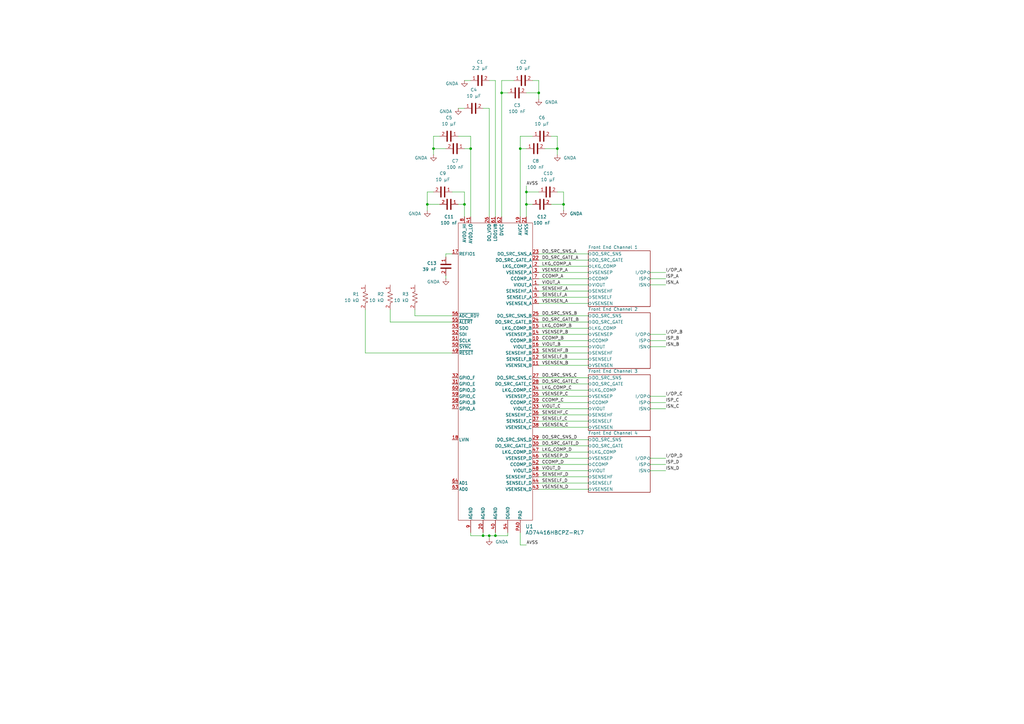
<source format=kicad_sch>
(kicad_sch (version 20250114) (generator "eeschema") (generator_version "9.0")
  (paper "A3")
  (lib_symbols
    (symbol "UNITED_CAPACITORS_DATA_BASE:C_CGA4J1X7R1V225K125AC" (pin_names (offset 0.254))
      (property "Reference" "C" (at 0 5.08 0))
      (property "Value" "2.2 µF" (at 0 -5.08 0))
      (symbol "C_CGA4J1X7R1V225K125AC_0_1"
        (polyline (pts (xy -0.762 -2.032) (xy -0.762 2.032)) (stroke (width 0.508)))
        (polyline (pts (xy 0.762 -2.032) (xy 0.762 2.032)) (stroke (width 0.508)))
      )
      (symbol "C_CGA4J1X7R1V225K125AC_1_1"
        (pin unspecified line (at -3.81 0 0) (length 2.8) (name "") (number "1"))
        (pin unspecified line (at 3.81 0 180) (length 2.8) (name "") (number "2"))
      )
    )
    (symbol "UNITED_CAPACITORS_DATA_BASE:C_CL31B106KBHNNN#" (pin_names (offset 0.254))
      (property "Reference" "C" (at 0 5.08 0))
      (property "Value" "10 µF" (at 0 -5.08 0))
      (symbol "C_CL31B106KBHNNN#_0_1"
        (polyline (pts (xy -0.762 -2.032) (xy -0.762 2.032)) (stroke (width 0.508)))
        (polyline (pts (xy 0.762 -2.032) (xy 0.762 2.032)) (stroke (width 0.508)))
      )
      (symbol "C_CL31B106KBHNNN#_1_1"
        (pin unspecified line (at -3.81 0 0) (length 2.8) (name "") (number "1"))
        (pin unspecified line (at 3.81 0 180) (length 2.8) (name "") (number "2"))
      )
    )
    (symbol "UNITED_CAPACITORS_DATA_BASE:C_GCM155R71H104KE02D" (pin_names (offset 0.254))
      (property "Reference" "C" (at 0 5.08 0))
      (property "Value" "100 nF" (at 0 -5.08 0))
      (symbol "C_GCM155R71H104KE02D_0_1"
        (polyline (pts (xy -0.762 -2.032) (xy -0.762 2.032)) (stroke (width 0.508)))
        (polyline (pts (xy 0.762 -2.032) (xy 0.762 2.032)) (stroke (width 0.508)))
      )
      (symbol "C_GCM155R71H104KE02D_1_1"
        (pin unspecified line (at -3.81 0 0) (length 2.8) (name "") (number "1"))
        (pin unspecified line (at 3.81 0 180) (length 2.8) (name "") (number "2"))
      )
    )
    (symbol "UNITED_CAPACITORS_DATA_BASE:C_GRM32EC72A106KE05L" (pin_names (offset 0.254))
      (property "Reference" "C" (at 0 5.08 0))
      (property "Value" "10 µF" (at 0 -5.08 0))
      (symbol "C_GRM32EC72A106KE05L_0_1"
        (polyline (pts (xy -0.762 -2.032) (xy -0.762 2.032)) (stroke (width 0.508)))
        (polyline (pts (xy 0.762 -2.032) (xy 0.762 2.032)) (stroke (width 0.508)))
      )
      (symbol "C_GRM32EC72A106KE05L_1_1"
        (pin unspecified line (at -3.81 0 0) (length 2.8) (name "") (number "1"))
        (pin unspecified line (at 3.81 0 180) (length 2.8) (name "") (number "2"))
      )
    )
    (symbol "UNITED_CAPACITORS_DATA_BASE:C_KGM05AR71C393KH" (pin_names (offset 0.254))
      (property "Reference" "C" (at 0 5.08 0))
      (property "Value" "39 nF" (at 0 -5.08 0))
      (symbol "C_KGM05AR71C393KH_0_1"
        (polyline (pts (xy -0.762 -2.032) (xy -0.762 2.032)) (stroke (width 0.508)))
        (polyline (pts (xy 0.762 -2.032) (xy 0.762 2.032)) (stroke (width 0.508)))
      )
      (symbol "C_KGM05AR71C393KH_1_1"
        (pin unspecified line (at -3.81 0 0) (length 2.8) (name "") (number "1"))
        (pin unspecified line (at 3.81 0 180) (length 2.8) (name "") (number "2"))
      )
    )
    (symbol "UNITED_IC_ADI:U_AD74416HBCPZ-RL7" (pin_names (offset 0.254))
      (property "Reference" "U" (at 15.24 63.5 0))
      (property "Value" "AD74416HBCPZ-RL7" (at 15.24 66.04 0))
      (symbol "U_AD74416HBCPZ-RL7_0_1"
        (rectangle (start -15.24 60.96) (end 15.24 -60.96))
        (pin bidirectional line (at -17.78 48.26 0) (length 2.54) (name "REFIO1") (number "17"))
        (pin output line (at -17.78 17.78 0) (length 2.54) (name "SDO") (number "53"))
        (pin input line (at -17.78 15.24 0) (length 2.54) (name "SDI") (number "52"))
        (pin unspecified line (at -17.78 12.7 0) (length 2.54) (name "SCLK") (number "51"))
        (pin bidirectional line (at -17.78 -2.54 0) (length 2.54) (name "GPIO_F") (number "32"))
        (pin bidirectional line (at -17.78 -5.08 0) (length 2.54) (name "GPIO_E") (number "31"))
        (pin bidirectional line (at -17.78 -7.62 0) (length 2.54) (name "GPIO_D") (number "60"))
        (pin bidirectional line (at -17.78 -10.16 0) (length 2.54) (name "GPIO_C") (number "59"))
        (pin bidirectional line (at -17.78 -12.7 0) (length 2.54) (name "GPIO_B") (number "58"))
        (pin bidirectional line (at -17.78 -15.24 0) (length 2.54) (name "GPIO_A") (number "57"))
        (pin input line (at -17.78 -27.94 0) (length 2.54) (name "LVIN") (number "18"))
        (pin unspecified line (at -17.78 -45.72 0) (length 2.54) (name "AD1") (number "64"))
        (pin unspecified line (at -17.78 -48.26 0) (length 2.54) (name "AD0") (number "63"))
        (pin unspecified line (at 17.78 48.26 180) (length 2.54) (name "DO_SRC_SNS_A") (number "23"))
        (pin unspecified line (at 17.78 45.72 180) (length 2.54) (name "DO_SRC_GATE_A") (number "22"))
        (pin unspecified line (at 17.78 43.18 180) (length 2.54) (name "LKG_COMP_A") (number "2"))
        (pin unspecified line (at 17.78 40.64 180) (length 2.54) (name "VSENSEP_A") (number "3"))
        (pin unspecified line (at 17.78 38.1 180) (length 2.54) (name "CCOMP_A") (number "7"))
        (pin power_in line (at 17.78 35.56 180) (length 2.54) (name "VIOUT_A") (number "1"))
        (pin unspecified line (at 17.78 33.02 180) (length 2.54) (name "SENSEHF_A") (number "4"))
        (pin unspecified line (at 17.78 30.48 180) (length 2.54) (name "SENSELF_A") (number "5"))
        (pin unspecified line (at 17.78 27.94 180) (length 2.54) (name "VSENSEN_A") (number "6"))
        (pin unspecified line (at 17.78 22.86 180) (length 2.54) (name "DO_SRC_SNS_B") (number "25"))
        (pin unspecified line (at 17.78 20.32 180) (length 2.54) (name "DO_SRC_GATE_B") (number "24"))
        (pin unspecified line (at 17.78 17.78 180) (length 2.54) (name "LKG_COMP_B") (number "15"))
        (pin unspecified line (at 17.78 15.24 180) (length 2.54) (name "VSENSEP_B") (number "14"))
        (pin unspecified line (at 17.78 12.7 180) (length 2.54) (name "CCOMP_B") (number "10"))
        (pin power_in line (at 17.78 10.16 180) (length 2.54) (name "VIOUT_B") (number "16"))
        (pin unspecified line (at 17.78 7.62 180) (length 2.54) (name "SENSEHF_B") (number "13"))
        (pin unspecified line (at 17.78 5.08 180) (length 2.54) (name "SENSELF_B") (number "12"))
        (pin unspecified line (at 17.78 2.54 180) (length 2.54) (name "VSENSEN_B") (number "11"))
        (pin unspecified line (at 17.78 -2.54 180) (length 2.54) (name "DO_SRC_SNS_C") (number "27"))
        (pin unspecified line (at 17.78 -5.08 180) (length 2.54) (name "DO_SRC_GATE_C") (number "28"))
        (pin unspecified line (at 17.78 -7.62 180) (length 2.54) (name "LKG_COMP_C") (number "34"))
        (pin unspecified line (at 17.78 -10.16 180) (length 2.54) (name "VSENSEP_C") (number "35"))
        (pin unspecified line (at 17.78 -12.7 180) (length 2.54) (name "CCOMP_C") (number "39"))
        (pin output line (at 17.78 -15.24 180) (length 2.54) (name "VIOUT_C") (number "33"))
        (pin unspecified line (at 17.78 -17.78 180) (length 2.54) (name "SENSEHF_C") (number "36"))
        (pin unspecified line (at 17.78 -20.32 180) (length 2.54) (name "SENSELF_C") (number "37"))
        (pin unspecified line (at 17.78 -22.86 180) (length 2.54) (name "VSENSEN_C") (number "38"))
        (pin unspecified line (at 17.78 -27.94 180) (length 2.54) (name "DO_SRC_SNS_D") (number "29"))
        (pin unspecified line (at 17.78 -30.48 180) (length 2.54) (name "DO_SRC_GATE_D") (number "30"))
        (pin unspecified line (at 17.78 -33.02 180) (length 2.54) (name "LKG_COMP_D") (number "47"))
        (pin unspecified line (at 17.78 -35.56 180) (length 2.54) (name "VSENSEP_D") (number "46"))
        (pin unspecified line (at 17.78 -38.1 180) (length 2.54) (name "CCOMP_D") (number "42"))
        (pin power_in line (at 17.78 -40.64 180) (length 2.54) (name "VIOUT_D") (number "48"))
        (pin unspecified line (at 17.78 -43.18 180) (length 2.54) (name "SENSEHF_D") (number "45"))
        (pin unspecified line (at 17.78 -45.72 180) (length 2.54) (name "SENSELF_D") (number "44"))
        (pin unspecified line (at 17.78 -48.26 180) (length 2.54) (name "VSENSEN_D") (number "43"))
      )
      (symbol "U_AD74416HBCPZ-RL7_1_1"
        (pin output line (at -17.78 22.86 0) (length 2.54) (name "~{ADC_RDY}") (number "56"))
        (pin output line (at -17.78 20.32 0) (length 2.54) (name "~{ALERT}") (number "55"))
        (pin input line (at -17.78 10.16 0) (length 2.54) (name "~{SYNC}") (number "50"))
        (pin input line (at -17.78 7.62 0) (length 2.54) (name "~{RESET}") (number "49"))
        (pin power_in line (at -12.7 63.5 270) (length 2.54) (name "AVDD_HI") (number "8"))
        (pin power_in line (at -10.16 63.5 270) (length 2.54) (name "AVDD_LO") (number "41"))
        (pin power_out line (at -10.16 -66.04 90) (length 5.08) (name "AGND") (number "9"))
        (pin power_out line (at -5.08 -66.04 90) (length 5.08) (name "AGND") (number "20"))
        (pin power_in line (at -2.54 63.5 270) (length 2.54) (name "DO_VDD") (number "26"))
        (pin output line (at 0 63.5 270) (length 2.54) (name "LDO1V8") (number "61"))
        (pin power_out line (at 0 -66.04 90) (length 5.08) (name "AGND") (number "40"))
        (pin power_in line (at 2.54 63.5 270) (length 2.54) (name "DVCC") (number "62"))
        (pin power_out line (at 5.08 -66.04 90) (length 5.08) (name "DGND") (number "54"))
        (pin power_in line (at 10.16 63.5 270) (length 2.54) (name "AVCC") (number "19"))
        (pin power_out line (at 10.16 -66.04 90) (length 5.08) (name "PAD") (number "PAD"))
        (pin power_out line (at 12.7 63.5 270) (length 2.54) (name "AVSS") (number "21"))
      )
    )
    (symbol "UNITED_RESISTORS_DATA_BASE:R_ERJ-2RKF1002X" (pin_names (offset 0.254))
      (property "Reference" "R" (at 0 2.54 0))
      (property "Value" "10 kΩ" (at 0 -2.54 0))
      (symbol "R_ERJ-2RKF1002X_0_1"
        (polyline (pts (xy -2.286 0) (xy -2.54 0)))
        (polyline (pts (xy -2.286 0) (xy -1.905 1.016) (xy -1.524 0) (xy -1.143 -1.016) (xy -0.762 0)))
        (polyline (pts (xy -0.762 0) (xy -0.381 1.016) (xy 0 0) (xy 0.381 -1.016) (xy 0.762 0)))
        (polyline (pts (xy 0.762 0) (xy 1.143 1.016) (xy 1.524 0) (xy 1.905 -1.016) (xy 2.286 0)))
        (polyline (pts (xy 2.286 0) (xy 2.54 0)))
      )
      (symbol "R_ERJ-2RKF1002X_1_1"
        (pin unspecified line (at -5.08 0 0) (length 2.54) (name "") (number "1"))
        (pin unspecified line (at 5.08 0 180) (length 2.54) (name "") (number "2"))
      )
    )
    (symbol "power:GNDA" (power) (pin_numbers (hide yes)) (pin_names (offset 0) (hide yes))
      (property "Value" "GNDA" (at 0 -3.81 0))
      (symbol "GNDA_0_1"
        (polyline (pts (xy 0 0) (xy 0 -1.27) (xy 1.27 -1.27) (xy 0 -2.54) (xy -1.27 -1.27) (xy 0 -1.27)))
      )
      (symbol "GNDA_1_1"
        (pin power_in line (at 0 0 270) (length 0) (name "~") (number "1"))
      )
    )
  )
  (junction (at 190.5 83.82))
  (junction (at 175.26 83.82))
  (junction (at 215.9 78.74))
  (junction (at 231.14 83.82))
  (junction (at 177.8 60.96))
  (junction (at 203.2 219.71))
  (junction (at 213.36 60.96))
  (junction (at 193.04 60.96))
  (junction (at 220.98 38.1))
  (junction (at 200.66 219.71))
  (junction (at 205.74 38.1))
  (junction (at 198.12 219.71))
  (junction (at 215.9 83.82))
  (junction (at 228.6 60.96))
  (wire (pts (xy 266.7 187.96) (xy 273.05 187.96)))
  (wire (pts (xy 220.98 147.32) (xy 241.3 147.32)))
  (wire (pts (xy 220.98 172.72) (xy 241.3 172.72)))
  (wire (pts (xy 200.66 33.02) (xy 203.2 33.02)))
  (wire (pts (xy 208.28 219.71) (xy 203.2 219.71)))
  (wire (pts (xy 220.98 114.3) (xy 241.3 114.3)))
  (wire (pts (xy 213.36 60.96) (xy 213.36 88.9)))
  (wire (pts (xy 185.42 129.54) (xy 170.18 129.54)))
  (wire (pts (xy 215.9 76.2) (xy 215.9 78.74)))
  (wire (pts (xy 160.02 127) (xy 160.02 132.08)))
  (wire (pts (xy 177.8 60.96) (xy 182.88 60.96)))
  (wire (pts (xy 266.7 167.64) (xy 273.05 167.64)))
  (wire (pts (xy 220.98 132.08) (xy 241.3 132.08)))
  (wire (pts (xy 170.18 129.54) (xy 170.18 127)))
  (wire (pts (xy 208.28 218.44) (xy 208.28 219.71)))
  (wire (pts (xy 190.5 88.9) (xy 190.5 83.82)))
  (wire (pts (xy 198.12 218.44) (xy 198.12 219.71)))
  (wire (pts (xy 149.86 144.78) (xy 185.42 144.78)))
  (wire (pts (xy 220.98 160.02) (xy 241.3 160.02)))
  (wire (pts (xy 187.96 55.88) (xy 193.04 55.88)))
  (wire (pts (xy 266.7 165.1) (xy 273.05 165.1)))
  (wire (pts (xy 220.98 182.88) (xy 241.3 182.88)))
  (wire (pts (xy 200.66 219.71) (xy 198.12 219.71)))
  (wire (pts (xy 220.98 111.76) (xy 241.3 111.76)))
  (wire (pts (xy 220.98 134.62) (xy 241.3 134.62)))
  (wire (pts (xy 193.04 60.96) (xy 190.5 60.96)))
  (wire (pts (xy 185.42 78.74) (xy 190.5 78.74)))
  (wire (pts (xy 220.98 78.74) (xy 215.9 78.74)))
  (wire (pts (xy 220.98 104.14) (xy 241.3 104.14)))
  (wire (pts (xy 220.98 106.68) (xy 241.3 106.68)))
  (wire (pts (xy 210.82 33.02) (xy 205.74 33.02)))
  (wire (pts (xy 149.86 127) (xy 149.86 144.78)))
  (wire (pts (xy 220.98 154.94) (xy 241.3 154.94)))
  (wire (pts (xy 220.98 116.84) (xy 241.3 116.84)))
  (wire (pts (xy 266.7 142.24) (xy 273.05 142.24)))
  (wire (pts (xy 220.98 142.24) (xy 241.3 142.24)))
  (wire (pts (xy 228.6 55.88) (xy 226.06 55.88)))
  (wire (pts (xy 215.9 78.74) (xy 215.9 83.82)))
  (wire (pts (xy 213.36 218.44) (xy 213.36 223.52)))
  (wire (pts (xy 231.14 86.36) (xy 231.14 83.82)))
  (wire (pts (xy 220.98 200.66) (xy 241.3 200.66)))
  (wire (pts (xy 213.36 223.52) (xy 215.9 223.52)))
  (wire (pts (xy 228.6 60.96) (xy 223.52 60.96)))
  (wire (pts (xy 266.7 193.04) (xy 273.05 193.04)))
  (wire (pts (xy 231.14 83.82) (xy 231.14 78.74)))
  (wire (pts (xy 193.04 219.71) (xy 198.12 219.71)))
  (wire (pts (xy 190.5 33.02) (xy 193.04 33.02)))
  (wire (pts (xy 220.98 139.7) (xy 241.3 139.7)))
  (wire (pts (xy 228.6 63.5) (xy 228.6 60.96)))
  (wire (pts (xy 213.36 60.96) (xy 215.9 60.96)))
  (wire (pts (xy 220.98 38.1) (xy 220.98 33.02)))
  (wire (pts (xy 182.88 105.41) (xy 182.88 104.14)))
  (wire (pts (xy 266.7 116.84) (xy 273.05 116.84)))
  (wire (pts (xy 220.98 144.78) (xy 241.3 144.78)))
  (wire (pts (xy 220.98 195.58) (xy 241.3 195.58)))
  (wire (pts (xy 220.98 180.34) (xy 241.3 180.34)))
  (wire (pts (xy 220.98 33.02) (xy 218.44 33.02)))
  (wire (pts (xy 220.98 109.22) (xy 241.3 109.22)))
  (wire (pts (xy 177.8 63.5) (xy 177.8 60.96)))
  (wire (pts (xy 205.74 33.02) (xy 205.74 38.1)))
  (wire (pts (xy 213.36 55.88) (xy 213.36 60.96)))
  (wire (pts (xy 215.9 88.9) (xy 215.9 83.82)))
  (wire (pts (xy 160.02 132.08) (xy 185.42 132.08)))
  (wire (pts (xy 200.66 44.45) (xy 198.12 44.45)))
  (wire (pts (xy 266.7 190.5) (xy 273.05 190.5)))
  (wire (pts (xy 220.98 38.1) (xy 215.9 38.1)))
  (wire (pts (xy 228.6 60.96) (xy 228.6 55.88)))
  (wire (pts (xy 200.66 88.9) (xy 200.66 44.45)))
  (wire (pts (xy 205.74 38.1) (xy 208.28 38.1)))
  (wire (pts (xy 177.8 55.88) (xy 180.34 55.88)))
  (wire (pts (xy 175.26 78.74) (xy 177.8 78.74)))
  (wire (pts (xy 218.44 55.88) (xy 213.36 55.88)))
  (wire (pts (xy 187.96 44.45) (xy 190.5 44.45)))
  (wire (pts (xy 220.98 124.46) (xy 241.3 124.46)))
  (wire (pts (xy 220.98 187.96) (xy 241.3 187.96)))
  (wire (pts (xy 182.88 113.03) (xy 182.88 114.3)))
  (wire (pts (xy 266.7 114.3) (xy 273.05 114.3)))
  (wire (pts (xy 175.26 86.36) (xy 175.26 83.82)))
  (wire (pts (xy 203.2 218.44) (xy 203.2 219.71)))
  (wire (pts (xy 203.2 219.71) (xy 200.66 219.71)))
  (wire (pts (xy 220.98 193.04) (xy 241.3 193.04)))
  (wire (pts (xy 266.7 111.76) (xy 273.05 111.76)))
  (wire (pts (xy 220.98 119.38) (xy 241.3 119.38)))
  (wire (pts (xy 220.98 40.64) (xy 220.98 38.1)))
  (wire (pts (xy 190.5 78.74) (xy 190.5 83.82)))
  (wire (pts (xy 175.26 83.82) (xy 175.26 78.74)))
  (wire (pts (xy 220.98 149.86) (xy 241.3 149.86)))
  (wire (pts (xy 220.98 190.5) (xy 241.3 190.5)))
  (wire (pts (xy 266.7 162.56) (xy 273.05 162.56)))
  (wire (pts (xy 231.14 78.74) (xy 228.6 78.74)))
  (wire (pts (xy 220.98 198.12) (xy 241.3 198.12)))
  (wire (pts (xy 203.2 33.02) (xy 203.2 88.9)))
  (wire (pts (xy 205.74 38.1) (xy 205.74 88.9)))
  (wire (pts (xy 231.14 83.82) (xy 226.06 83.82)))
  (wire (pts (xy 220.98 157.48) (xy 241.3 157.48)))
  (wire (pts (xy 266.7 137.16) (xy 273.05 137.16)))
  (wire (pts (xy 193.04 55.88) (xy 193.04 60.96)))
  (wire (pts (xy 193.04 218.44) (xy 193.04 219.71)))
  (wire (pts (xy 215.9 83.82) (xy 218.44 83.82)))
  (wire (pts (xy 175.26 83.82) (xy 180.34 83.82)))
  (wire (pts (xy 220.98 170.18) (xy 241.3 170.18)))
  (wire (pts (xy 220.98 185.42) (xy 241.3 185.42)))
  (wire (pts (xy 220.98 121.92) (xy 241.3 121.92)))
  (wire (pts (xy 220.98 137.16) (xy 241.3 137.16)))
  (wire (pts (xy 220.98 129.54) (xy 241.3 129.54)))
  (wire (pts (xy 220.98 167.64) (xy 241.3 167.64)))
  (wire (pts (xy 193.04 60.96) (xy 193.04 88.9)))
  (wire (pts (xy 220.98 165.1) (xy 241.3 165.1)))
  (wire (pts (xy 177.8 60.96) (xy 177.8 55.88)))
  (wire (pts (xy 220.98 162.56) (xy 241.3 162.56)))
  (wire (pts (xy 182.88 104.14) (xy 185.42 104.14)))
  (wire (pts (xy 220.98 175.26) (xy 241.3 175.26)))
  (wire (pts (xy 200.66 219.71) (xy 200.66 220.98)))
  (wire (pts (xy 190.5 83.82) (xy 187.96 83.82)))
  (wire (pts (xy 266.7 139.7) (xy 273.05 139.7)))
  (label "CCOMP_B" (at 222.25 139.7 0))
  (label "DO_SRC_SNS_B" (at 222.25 129.54 0))
  (label "VSENSEP_C" (at 222.25 162.56 0))
  (label "ISN_D" (at 273.05 193.04 0))
  (label "ISP_B" (at 273.05 139.7 0))
  (label "DO_SRC_GATE_D" (at 222.25 182.88 0))
  (label "ISP_A" (at 273.05 114.3 0))
  (label "LKG_COMP_D" (at 222.25 185.42 0))
  (label "SENSELF_B" (at 222.25 147.32 0))
  (label "VIOUT_C" (at 222.25 167.64 0))
  (label "AVSS" (at 215.9 223.52 0))
  (label "LKG_COMP_C" (at 222.25 160.02 0))
  (label "DO_SRC_GATE_B" (at 222.25 132.08 0))
  (label "VSENSEP_D" (at 222.25 187.96 0))
  (label "I{slash}OP_C" (at 273.05 162.56 0))
  (label "VIOUT_D" (at 222.25 193.04 0))
  (label "ISN_B" (at 273.05 142.24 0))
  (label "SENSELF_C" (at 222.25 172.72 0))
  (label "I{slash}OP_A" (at 273.05 111.76 0))
  (label "VSENSEP_B" (at 222.25 137.16 0))
  (label "CCOMP_C" (at 222.25 165.1 0))
  (label "VIOUT_A" (at 222.25 116.84 0))
  (label "VIOUT_B" (at 222.25 142.24 0))
  (label "ISN_C" (at 273.05 167.64 0))
  (label "SENSEHF_A" (at 222.25 119.38 0))
  (label "AVSS" (at 215.9 76.2 0))
  (label "CCOMP_A" (at 222.25 114.3 0))
  (label "SENSEHF_B" (at 222.25 144.78 0))
  (label "I{slash}OP_D" (at 273.05 187.96 0))
  (label "LKG_COMP_A" (at 222.25 109.22 0))
  (label "DO_SRC_GATE_A" (at 222.25 106.68 0))
  (label "LKG_COMP_B" (at 222.25 134.62 0))
  (label "DO_SRC_GATE_C" (at 222.25 157.48 0))
  (label "ISP_C" (at 273.05 165.1 0))
  (label "SENSEHF_D" (at 222.25 195.58 0))
  (label "SENSELF_D" (at 222.25 198.12 0))
  (label "SENSELF_A" (at 222.25 121.92 0))
  (label "SENSEHF_C" (at 222.25 170.18 0))
  (label "I{slash}OP_B" (at 273.05 137.16 0))
  (label "DO_SRC_SNS_C" (at 222.25 154.94 0))
  (label "VSENSEN_B" (at 222.25 149.86 0))
  (label "ISN_A" (at 273.05 116.84 0))
  (label "VSENSEP_A" (at 222.25 111.76 0))
  (label "CCOMP_D" (at 222.25 190.5 0))
  (label "VSENSEN_D" (at 222.25 200.66 0))
  (label "VSENSEN_A" (at 222.25 124.46 0))
  (label "DO_SRC_SNS_A" (at 222.25 104.14 0))
  (label "VSENSEN_C" (at 222.25 175.26 0))
  (label "ISP_D" (at 273.05 190.5 0))
  (label "DO_SRC_SNS_D" (at 222.25 180.34 0))
  (symbol (lib_id "UNITED_IC_ADI:U_AD74416HBCPZ-RL7") (at 203.2 152.4 0) (unit 1)
    (property "Reference" "U1" (at 215.5033 215.9 0) (effects (font (size 1.524 1.524)) (justify left)))
    (property "Value" "AD74416HBCPZ-RL7" (at 215.5033 218.44 0) (effects (font (size 1.524 1.524)) (justify left)))
    (property "Footprint" "analog_devices_footprints:CP-64-15_ADI" (effects (hide yes)))
    (property "Datasheet" "https://www.analog.com/media/en/technical-documentation/data-sheets/ad74416h.pdf" (effects (hide yes)))
    (property "Description" "Quad-Channel, Software Configurable Input and Output with HART Modem" (effects (hide yes)))
    (property "MPN" "AD74416HBCPZ-RL7" (effects (hide yes)))
  )
  (symbol (lib_id "UNITED_CAPACITORS_DATA_BASE:C_GRM32EC72A106KE05L") (at 194.31 44.45 0) (unit 1)
    (property "Reference" "C4" (at 194.31 36.83 0))
    (property "Value" "10 µF" (at 194.31 39.37 0))
    (property "Footprint" "capacitor_footprints:C_1210_250_3225Metric" (effects (hide yes)))
    (property "Datasheet" "https://search.murata.co.jp/Ceramy/image/img/A01X/G101/ENG/GRM32EC72A106KE05-01.pdf" (effects (hide yes)))
    (property "Description" "CAP SMD 10 µF X7S 10% 1210_250 100V" (effects (hide yes)))
    (property "Capacitor Type" "Ceramic" (effects (hide yes)))
    (property "Case Code - in" "1210_250" (effects (hide yes)))
    (property "Case Code - mm" "3225" (effects (hide yes)))
    (property "Dielectric" "X7S" (effects (hide yes)))
    (property "MPN" "GRM32EC72A106KE05L" (effects (hide yes)))
    (property "Manufacturer" "Murata Electronics" (effects (hide yes)))
    (property "Series" "GRM32EC72A" (effects (hide yes)))
    (property "Symbol Name" "C_GRM32EC72A106KE05L" (effects (hide yes)))
    (property "Tolerance" "10%" (effects (hide yes)))
    (property "Trustedparts Search" "https://www.trustedparts.com/en/search/GRM32EC72A106KE05L" (effects (hide yes)))
    (property "Voltage Rating" "100V" (effects (hide yes)))
  )
  (symbol (lib_id "UNITED_CAPACITORS_DATA_BASE:C_CL31B106KBHNNN#") (at 181.61 78.74 180) (unit 1)
    (property "Reference" "C9" (at 181.61 71.12 0))
    (property "Value" "10 µF" (at 181.61 73.66 0))
    (property "Footprint" "capacitor_footprints:C_1206_3216Metric" (effects (hide yes)))
    (property "Datasheet" "https://weblib.samsungsem.com/mlcc/mlcc-ec-data-sheet.do?partNumber=CL31B106KBHNNN#" (effects (hide yes)))
    (property "Description" "CAP SMD 10 µF X7R 10% 1206 50V" (effects (hide yes)))
    (property "MPN" "CL31B106KBHNNN#" (effects (hide yes)))
    (property "Voltage Rating DC" "50 VDC " (effects (hide yes)))
    (property "Tolerance" "10%" (effects (hide yes)))
    (property "Symbol Name" "C_CL31B106KBHNNN#" (effects (hide yes)))
    (property "Manufacturer" "Samsung Electro-Mechanics" (effects (hide yes)))
    (property "Case Code - in" "1206" (effects (hide yes)))
    (property "Case Code - mm" "3216" (effects (hide yes)))
    (property "Dielectric" "X7R" (effects (hide yes)))
    (property "Series" "CL31B" (effects (hide yes)))
    (property "Trustedparts Search" "https://www.trustedparts.com/en/search/CL31/CL31B106KBHNNN#" (effects (hide yes)))
    (property "Voltage Rating" "50V" (effects (hide yes)))
    (property "3dviewer Link" "https://3dviewer.net/index.html#model=https://github.com/ionutms/KiCAD_Symbols_Generator/blob/main/3D_models/C_1206.step" (effects (hide yes)))
    (property "Capacitor Type" "Ceramic" (effects (hide yes)))
  )
  (symbol (lib_id "power:GNDA") (at 175.26 86.36 0) (unit 1)
    (property "Reference" "#PWR06" (effects (hide yes)))
    (property "Value" "GNDA" (at 172.72 87.6299 0) (effects (justify right)))
    (property "Description" "Power symbol creates a global label with name \"GNDA\" , analog ground" (effects (hide yes)))
  )
  (symbol (lib_id "UNITED_CAPACITORS_DATA_BASE:C_CGA4J1X7R1V225K125AC") (at 196.85 33.02 0) (unit 1)
    (property "Reference" "C1" (at 196.85 25.4 0))
    (property "Value" "2.2 µF" (at 196.85 27.94 0))
    (property "Footprint" "capacitor_footprints:C_0805_2012Metric" (effects (hide yes)))
    (property "Datasheet" "https://product.tdk.com/en/search/capacitor/ceramic/mlcc/info?part_no=CGA4J1X7R1V225K125AC" (effects (hide yes)))
    (property "Description" "CAP SMD 2.2 µF X7R 10% 0805 35V" (effects (hide yes)))
    (property "Capacitor Type" "Ceramic" (effects (hide yes)))
    (property "Case Code - in" "0805" (effects (hide yes)))
    (property "Case Code - mm" "2012" (effects (hide yes)))
    (property "Dielectric" "X7R" (effects (hide yes)))
    (property "MPN" "CGA4J1X7R1V225K125AC" (effects (hide yes)))
    (property "Manufacturer" "TDK" (effects (hide yes)))
    (property "Series" "CGA4J1X7R1V" (effects (hide yes)))
    (property "Symbol Name" "C_CGA4J1X7R1V225K125AC" (effects (hide yes)))
    (property "Tolerance" "10%" (effects (hide yes)))
    (property "Trustedparts Search" "https://www.trustedparts.com/en/search/CGA4J1X7R1V225K125AC" (effects (hide yes)))
    (property "Voltage Rating" "35V" (effects (hide yes)))
  )
  (symbol (lib_id "UNITED_RESISTORS_DATA_BASE:R_ERJ-2RKF1002X") (at 149.86 121.92 90) (mirror x) (unit 1)
    (property "Reference" "R1" (at 147.32 120.6499 90) (effects (justify left)))
    (property "Value" "10 kΩ" (at 147.32 123.1899 90) (effects (justify left)))
    (property "Footprint" "resistor_footprints:R_0402_1005Metric" (effects (hide yes)))
    (property "Datasheet" "https://industrial.panasonic.com/cdbs/www-data/pdf/RDA0000/AOA0000C304.pdf" (effects (hide yes)))
    (property "Description" "RES SMD 10 kΩ 1% 0402 50V" (effects (hide yes)))
    (property "MPN" "ERJ-2RKF1002X" (effects (hide yes)))
    (property "Voltage Rating" "50V" (effects (hide yes)))
    (property "Manufacturer" "Panasonic" (effects (hide yes)))
    (property "Tolerance" "1%" (effects (hide yes)))
    (property "Symbol Name" "R_ERJ-2RKF1002X" (effects (hide yes)))
    (property "Case Code - in" "0402" (effects (hide yes)))
    (property "Case Code - mm" "1005" (effects (hide yes)))
    (property "Series" "ERJ-2RKF" (effects (hide yes)))
    (property "Temperature Coefficient" "100 ppm/°C" (effects (hide yes)))
    (property "Trustedparts Search" "https://www.trustedparts.com/en/search/ERJ-2RKF1002X" (effects (hide yes)))
    (property "3dviewer Link" "https://3dviewer.net/index.html#model=https://github.com/ionutms/KiCAD_Symbols_Generator/blob/main/3D_models/R_0402.step" (effects (hide yes)))
    (property "Component Type" "Resistor" (effects (hide yes)))
  )
  (symbol (lib_id "power:GNDA") (at 231.14 86.36 0) (mirror y) (unit 1)
    (property "Reference" "#PWR07" (effects (hide yes)))
    (property "Value" "GNDA" (at 233.68 87.6299 0) (effects (justify right)))
    (property "Description" "Power symbol creates a global label with name \"GNDA\" , analog ground" (effects (hide yes)))
  )
  (symbol (lib_id "UNITED_CAPACITORS_DATA_BASE:C_CL31B106KBHNNN#") (at 184.15 55.88 180) (unit 1)
    (property "Reference" "C5" (at 184.15 48.26 0))
    (property "Value" "10 µF" (at 184.15 50.8 0))
    (property "Footprint" "capacitor_footprints:C_1206_3216Metric" (effects (hide yes)))
    (property "Datasheet" "https://weblib.samsungsem.com/mlcc/mlcc-ec-data-sheet.do?partNumber=CL31B106KBHNNN#" (effects (hide yes)))
    (property "Description" "CAP SMD 10 µF X7R 10% 1206 50V" (effects (hide yes)))
    (property "MPN" "CL31B106KBHNNN#" (effects (hide yes)))
    (property "Voltage Rating DC" "50 VDC " (effects (hide yes)))
    (property "Tolerance" "10%" (effects (hide yes)))
    (property "Symbol Name" "C_CL31B106KBHNNN#" (effects (hide yes)))
    (property "Manufacturer" "Samsung Electro-Mechanics" (effects (hide yes)))
    (property "Case Code - in" "1206" (effects (hide yes)))
    (property "Case Code - mm" "3216" (effects (hide yes)))
    (property "Dielectric" "X7R" (effects (hide yes)))
    (property "Series" "CL31B" (effects (hide yes)))
    (property "Trustedparts Search" "https://www.trustedparts.com/en/search/CL31/CL31B106KBHNNN#" (effects (hide yes)))
    (property "Voltage Rating" "50V" (effects (hide yes)))
    (property "3dviewer Link" "https://3dviewer.net/index.html#model=https://github.com/ionutms/KiCAD_Symbols_Generator/blob/main/3D_models/C_1206.step" (effects (hide yes)))
    (property "Capacitor Type" "Ceramic" (effects (hide yes)))
  )
  (symbol (lib_id "power:GNDA") (at 190.5 33.02 0) (unit 1)
    (property "Reference" "#PWR01" (effects (hide yes)))
    (property "Value" "GNDA" (at 187.96 34.2899 0) (effects (justify right)))
    (property "Description" "Power symbol creates a global label with name \"GNDA\" , analog ground" (effects (hide yes)))
  )
  (symbol (lib_id "power:GNDA") (at 200.66 220.98 0) (mirror y) (unit 1)
    (property "Reference" "#PWR09" (effects (hide yes)))
    (property "Value" "GNDA" (at 203.2 222.2499 0) (effects (justify right)))
    (property "Description" "Power symbol creates a global label with name \"GNDA\" , analog ground" (effects (hide yes)))
  )
  (symbol (lib_id "power:GNDA") (at 220.98 40.64 0) (mirror y) (unit 1)
    (property "Reference" "#PWR02" (effects (hide yes)))
    (property "Value" "GNDA" (at 223.52 41.9099 0) (effects (justify right)))
    (property "Description" "Power symbol creates a global label with name \"GNDA\" , analog ground" (effects (hide yes)))
  )
  (symbol (lib_id "UNITED_CAPACITORS_DATA_BASE:C_GCM155R71H104KE02D") (at 212.09 38.1 0) (mirror x) (unit 1)
    (property "Reference" "C3" (at 212.09 43.18 0))
    (property "Value" "100 nF" (at 212.09 45.72 0))
    (property "Footprint" "capacitor_footprints:C_0402_1005Metric" (effects (hide yes)))
    (property "Datasheet" "https://search.murata.co.jp/Ceramy/image/img/A01X/G101/ENG/GCM155R71H104KE02-01.pdf" (effects (hide yes)))
    (property "Description" "CAP SMD 100 nF X7R 10% 0402 50V" (effects (hide yes)))
    (property "MPN" "GCM155R71H104KE02D" (effects (hide yes)))
    (property "Voltage Rating DC" "50 VDC " (effects (hide yes)))
    (property "Tolerance" "10%" (effects (hide yes)))
    (property "Symbol Name" "C_GCM155R71H104KE02D" (effects (hide yes)))
    (property "Manufacturer" "Murata Electronics" (effects (hide yes)))
    (property "Case Code - in" "0402" (effects (hide yes)))
    (property "Case Code - mm" "1005" (effects (hide yes)))
    (property "Dielectric" "X7R" (effects (hide yes)))
    (property "Series" "GCM155R71H" (effects (hide yes)))
    (property "Trustedparts Search" "https://www.trustedparts.com/en/search/GCM155R71H104KE02D" (effects (hide yes)))
    (property "Voltage Rating" "50V" (effects (hide yes)))
    (property "3dviewer Link" "https://3dviewer.net/index.html#model=https://github.com/ionutms/KiCAD_Symbols_Generator/blob/main/3D_models/C_0402.step" (effects (hide yes)))
    (property "Capacitor Type" "Ceramic" (effects (hide yes)))
  )
  (symbol (lib_id "UNITED_CAPACITORS_DATA_BASE:C_CL31B106KBHNNN#") (at 214.63 33.02 0) (mirror x) (unit 1)
    (property "Reference" "C2" (at 214.63 25.4 0))
    (property "Value" "10 µF" (at 214.63 27.94 0))
    (property "Footprint" "capacitor_footprints:C_1206_3216Metric" (effects (hide yes)))
    (property "Datasheet" "https://weblib.samsungsem.com/mlcc/mlcc-ec-data-sheet.do?partNumber=CL31B106KBHNNN#" (effects (hide yes)))
    (property "Description" "CAP SMD 10 µF X7R 10% 1206 50V" (effects (hide yes)))
    (property "MPN" "CL31B106KBHNNN#" (effects (hide yes)))
    (property "Voltage Rating DC" "50 VDC " (effects (hide yes)))
    (property "Tolerance" "10%" (effects (hide yes)))
    (property "Symbol Name" "C_CL31B106KBHNNN#" (effects (hide yes)))
    (property "Manufacturer" "Samsung Electro-Mechanics" (effects (hide yes)))
    (property "Case Code - in" "1206" (effects (hide yes)))
    (property "Case Code - mm" "3216" (effects (hide yes)))
    (property "Dielectric" "X7R" (effects (hide yes)))
    (property "Series" "CL31B" (effects (hide yes)))
    (property "Trustedparts Search" "https://www.trustedparts.com/en/search/CL31/CL31B106KBHNNN#" (effects (hide yes)))
    (property "Voltage Rating" "50V" (effects (hide yes)))
    (property "3dviewer Link" "https://3dviewer.net/index.html#model=https://github.com/ionutms/KiCAD_Symbols_Generator/blob/main/3D_models/C_1206.step" (effects (hide yes)))
    (property "Capacitor Type" "Ceramic" (effects (hide yes)))
  )
  (symbol (lib_id "power:GNDA") (at 187.96 44.45 0) (unit 1)
    (property "Reference" "#PWR03" (effects (hide yes)))
    (property "Value" "GNDA" (at 185.42 45.7199 0) (effects (justify right)))
    (property "Description" "Power symbol creates a global label with name \"GNDA\" , analog ground" (effects (hide yes)))
  )
  (symbol (lib_id "UNITED_CAPACITORS_DATA_BASE:C_GCM155R71H104KE02D") (at 186.69 60.96 180) (unit 1)
    (property "Reference" "C7" (at 186.69 66.04 0))
    (property "Value" "100 nF" (at 186.69 68.58 0))
    (property "Footprint" "capacitor_footprints:C_0402_1005Metric" (effects (hide yes)))
    (property "Datasheet" "https://search.murata.co.jp/Ceramy/image/img/A01X/G101/ENG/GCM155R71H104KE02-01.pdf" (effects (hide yes)))
    (property "Description" "CAP SMD 100 nF X7R 10% 0402 50V" (effects (hide yes)))
    (property "MPN" "GCM155R71H104KE02D" (effects (hide yes)))
    (property "Voltage Rating DC" "50 VDC " (effects (hide yes)))
    (property "Tolerance" "10%" (effects (hide yes)))
    (property "Symbol Name" "C_GCM155R71H104KE02D" (effects (hide yes)))
    (property "Manufacturer" "Murata Electronics" (effects (hide yes)))
    (property "Case Code - in" "0402" (effects (hide yes)))
    (property "Case Code - mm" "1005" (effects (hide yes)))
    (property "Dielectric" "X7R" (effects (hide yes)))
    (property "Series" "GCM155R71H" (effects (hide yes)))
    (property "Trustedparts Search" "https://www.trustedparts.com/en/search/GCM155R71H104KE02D" (effects (hide yes)))
    (property "Voltage Rating" "50V" (effects (hide yes)))
    (property "3dviewer Link" "https://3dviewer.net/index.html#model=https://github.com/ionutms/KiCAD_Symbols_Generator/blob/main/3D_models/C_0402.step" (effects (hide yes)))
    (property "Capacitor Type" "Ceramic" (effects (hide yes)))
  )
  (symbol (lib_id "power:GNDA") (at 182.88 114.3 0) (unit 1)
    (property "Reference" "#PWR08" (effects (hide yes)))
    (property "Value" "GNDA" (at 180.34 115.5699 0) (effects (justify right)))
    (property "Description" "Power symbol creates a global label with name \"GNDA\" , analog ground" (effects (hide yes)))
  )
  (symbol (lib_id "power:GNDA") (at 228.6 63.5 0) (mirror y) (unit 1)
    (property "Reference" "#PWR05" (effects (hide yes)))
    (property "Value" "GNDA" (at 231.14 64.7699 0) (effects (justify right)))
    (property "Description" "Power symbol creates a global label with name \"GNDA\" , analog ground" (effects (hide yes)))
  )
  (symbol (lib_id "UNITED_RESISTORS_DATA_BASE:R_ERJ-2RKF1002X") (at 160.02 121.92 90) (mirror x) (unit 1)
    (property "Reference" "R2" (at 157.48 120.6499 90) (effects (justify left)))
    (property "Value" "10 kΩ" (at 157.48 123.1899 90) (effects (justify left)))
    (property "Footprint" "resistor_footprints:R_0402_1005Metric" (effects (hide yes)))
    (property "Datasheet" "https://industrial.panasonic.com/cdbs/www-data/pdf/RDA0000/AOA0000C304.pdf" (effects (hide yes)))
    (property "Description" "RES SMD 10 kΩ 1% 0402 50V" (effects (hide yes)))
    (property "MPN" "ERJ-2RKF1002X" (effects (hide yes)))
    (property "Voltage Rating" "50V" (effects (hide yes)))
    (property "Manufacturer" "Panasonic" (effects (hide yes)))
    (property "Tolerance" "1%" (effects (hide yes)))
    (property "Symbol Name" "R_ERJ-2RKF1002X" (effects (hide yes)))
    (property "Case Code - in" "0402" (effects (hide yes)))
    (property "Case Code - mm" "1005" (effects (hide yes)))
    (property "Series" "ERJ-2RKF" (effects (hide yes)))
    (property "Temperature Coefficient" "100 ppm/°C" (effects (hide yes)))
    (property "Trustedparts Search" "https://www.trustedparts.com/en/search/ERJ-2RKF1002X" (effects (hide yes)))
    (property "3dviewer Link" "https://3dviewer.net/index.html#model=https://github.com/ionutms/KiCAD_Symbols_Generator/blob/main/3D_models/R_0402.step" (effects (hide yes)))
    (property "Component Type" "Resistor" (effects (hide yes)))
  )
  (symbol (lib_id "UNITED_CAPACITORS_DATA_BASE:C_GCM155R71H104KE02D") (at 222.25 83.82 0) (mirror x) (unit 1)
    (property "Reference" "C12" (at 222.25 88.9 0))
    (property "Value" "100 nF" (at 222.25 91.44 0))
    (property "Footprint" "capacitor_footprints:C_0402_1005Metric" (effects (hide yes)))
    (property "Datasheet" "https://search.murata.co.jp/Ceramy/image/img/A01X/G101/ENG/GCM155R71H104KE02-01.pdf" (effects (hide yes)))
    (property "Description" "CAP SMD 100 nF X7R 10% 0402 50V" (effects (hide yes)))
    (property "MPN" "GCM155R71H104KE02D" (effects (hide yes)))
    (property "Voltage Rating DC" "50 VDC " (effects (hide yes)))
    (property "Tolerance" "10%" (effects (hide yes)))
    (property "Symbol Name" "C_GCM155R71H104KE02D" (effects (hide yes)))
    (property "Manufacturer" "Murata Electronics" (effects (hide yes)))
    (property "Case Code - in" "0402" (effects (hide yes)))
    (property "Case Code - mm" "1005" (effects (hide yes)))
    (property "Dielectric" "X7R" (effects (hide yes)))
    (property "Series" "GCM155R71H" (effects (hide yes)))
    (property "Trustedparts Search" "https://www.trustedparts.com/en/search/GCM155R71H104KE02D" (effects (hide yes)))
    (property "Voltage Rating" "50V" (effects (hide yes)))
    (property "3dviewer Link" "https://3dviewer.net/index.html#model=https://github.com/ionutms/KiCAD_Symbols_Generator/blob/main/3D_models/C_0402.step" (effects (hide yes)))
    (property "Capacitor Type" "Ceramic" (effects (hide yes)))
  )
  (symbol (lib_id "UNITED_CAPACITORS_DATA_BASE:C_GCM155R71H104KE02D") (at 184.15 83.82 180) (unit 1)
    (property "Reference" "C11" (at 184.15 88.9 0))
    (property "Value" "100 nF" (at 184.15 91.44 0))
    (property "Footprint" "capacitor_footprints:C_0402_1005Metric" (effects (hide yes)))
    (property "Datasheet" "https://search.murata.co.jp/Ceramy/image/img/A01X/G101/ENG/GCM155R71H104KE02-01.pdf" (effects (hide yes)))
    (property "Description" "CAP SMD 100 nF X7R 10% 0402 50V" (effects (hide yes)))
    (property "MPN" "GCM155R71H104KE02D" (effects (hide yes)))
    (property "Voltage Rating DC" "50 VDC " (effects (hide yes)))
    (property "Tolerance" "10%" (effects (hide yes)))
    (property "Symbol Name" "C_GCM155R71H104KE02D" (effects (hide yes)))
    (property "Manufacturer" "Murata Electronics" (effects (hide yes)))
    (property "Case Code - in" "0402" (effects (hide yes)))
    (property "Case Code - mm" "1005" (effects (hide yes)))
    (property "Dielectric" "X7R" (effects (hide yes)))
    (property "Series" "GCM155R71H" (effects (hide yes)))
    (property "Trustedparts Search" "https://www.trustedparts.com/en/search/GCM155R71H104KE02D" (effects (hide yes)))
    (property "Voltage Rating" "50V" (effects (hide yes)))
    (property "3dviewer Link" "https://3dviewer.net/index.html#model=https://github.com/ionutms/KiCAD_Symbols_Generator/blob/main/3D_models/C_0402.step" (effects (hide yes)))
    (property "Capacitor Type" "Ceramic" (effects (hide yes)))
  )
  (symbol (lib_id "UNITED_CAPACITORS_DATA_BASE:C_KGM05AR71C393KH") (at 182.88 109.22 270) (unit 1)
    (property "Reference" "C13" (at 179.07 107.9499 90) (effects (justify right)))
    (property "Value" "39 nF" (at 179.07 110.4899 90) (effects (justify right)))
    (property "Footprint" "capacitor_footprints:C_0402_1005Metric" (effects (hide yes)))
    (property "Datasheet" "https://datasheets.kyocera-avx.com/KGM_X7R.pdfKGM05AR71C393KH" (effects (hide yes)))
    (property "Description" "CAP SMD 39 nF X7R 10% 0402 16V" (effects (hide yes)))
    (property "Capacitor Type" "Ceramic" (effects (hide yes)))
    (property "Case Code - in" "0402" (effects (hide yes)))
    (property "Case Code - mm" "1005" (effects (hide yes)))
    (property "Dielectric" "X7R" (effects (hide yes)))
    (property "MPN" "KGM05AR71C393KH" (effects (hide yes)))
    (property "Manufacturer" "KYOCERA AVX" (effects (hide yes)))
    (property "Series" "KGM05AR71C" (effects (hide yes)))
    (property "Symbol Name" "C_KGM05AR71C393KH" (effects (hide yes)))
    (property "Tolerance" "10%" (effects (hide yes)))
    (property "Trustedparts Search" "https://www.trustedparts.com/en/search/KGM05AR71C393KH" (effects (hide yes)))
    (property "Voltage Rating" "16V" (effects (hide yes)))
  )
  (symbol (lib_id "UNITED_RESISTORS_DATA_BASE:R_ERJ-2RKF1002X") (at 170.18 121.92 90) (mirror x) (unit 1)
    (property "Reference" "R3" (at 167.64 120.6499 90) (effects (justify left)))
    (property "Value" "10 kΩ" (at 167.64 123.1899 90) (effects (justify left)))
    (property "Footprint" "resistor_footprints:R_0402_1005Metric" (effects (hide yes)))
    (property "Datasheet" "https://industrial.panasonic.com/cdbs/www-data/pdf/RDA0000/AOA0000C304.pdf" (effects (hide yes)))
    (property "Description" "RES SMD 10 kΩ 1% 0402 50V" (effects (hide yes)))
    (property "MPN" "ERJ-2RKF1002X" (effects (hide yes)))
    (property "Voltage Rating" "50V" (effects (hide yes)))
    (property "Manufacturer" "Panasonic" (effects (hide yes)))
    (property "Tolerance" "1%" (effects (hide yes)))
    (property "Symbol Name" "R_ERJ-2RKF1002X" (effects (hide yes)))
    (property "Case Code - in" "0402" (effects (hide yes)))
    (property "Case Code - mm" "1005" (effects (hide yes)))
    (property "Series" "ERJ-2RKF" (effects (hide yes)))
    (property "Temperature Coefficient" "100 ppm/°C" (effects (hide yes)))
    (property "Trustedparts Search" "https://www.trustedparts.com/en/search/ERJ-2RKF1002X" (effects (hide yes)))
    (property "3dviewer Link" "https://3dviewer.net/index.html#model=https://github.com/ionutms/KiCAD_Symbols_Generator/blob/main/3D_models/R_0402.step" (effects (hide yes)))
    (property "Component Type" "Resistor" (effects (hide yes)))
  )
  (symbol (lib_id "UNITED_CAPACITORS_DATA_BASE:C_GCM155R71H104KE02D") (at 219.71 60.96 0) (mirror x) (unit 1)
    (property "Reference" "C8" (at 219.71 66.04 0))
    (property "Value" "100 nF" (at 219.71 68.58 0))
    (property "Footprint" "capacitor_footprints:C_0402_1005Metric" (effects (hide yes)))
    (property "Datasheet" "https://search.murata.co.jp/Ceramy/image/img/A01X/G101/ENG/GCM155R71H104KE02-01.pdf" (effects (hide yes)))
    (property "Description" "CAP SMD 100 nF X7R 10% 0402 50V" (effects (hide yes)))
    (property "MPN" "GCM155R71H104KE02D" (effects (hide yes)))
    (property "Voltage Rating DC" "50 VDC " (effects (hide yes)))
    (property "Tolerance" "10%" (effects (hide yes)))
    (property "Symbol Name" "C_GCM155R71H104KE02D" (effects (hide yes)))
    (property "Manufacturer" "Murata Electronics" (effects (hide yes)))
    (property "Case Code - in" "0402" (effects (hide yes)))
    (property "Case Code - mm" "1005" (effects (hide yes)))
    (property "Dielectric" "X7R" (effects (hide yes)))
    (property "Series" "GCM155R71H" (effects (hide yes)))
    (property "Trustedparts Search" "https://www.trustedparts.com/en/search/GCM155R71H104KE02D" (effects (hide yes)))
    (property "Voltage Rating" "50V" (effects (hide yes)))
    (property "3dviewer Link" "https://3dviewer.net/index.html#model=https://github.com/ionutms/KiCAD_Symbols_Generator/blob/main/3D_models/C_0402.step" (effects (hide yes)))
    (property "Capacitor Type" "Ceramic" (effects (hide yes)))
  )
  (symbol (lib_id "UNITED_CAPACITORS_DATA_BASE:C_CL31B106KBHNNN#") (at 224.79 78.74 0) (mirror x) (unit 1)
    (property "Reference" "C10" (at 224.79 71.12 0))
    (property "Value" "10 µF" (at 224.79 73.66 0))
    (property "Footprint" "capacitor_footprints:C_1206_3216Metric" (effects (hide yes)))
    (property "Datasheet" "https://weblib.samsungsem.com/mlcc/mlcc-ec-data-sheet.do?partNumber=CL31B106KBHNNN#" (effects (hide yes)))
    (property "Description" "CAP SMD 10 µF X7R 10% 1206 50V" (effects (hide yes)))
    (property "MPN" "CL31B106KBHNNN#" (effects (hide yes)))
    (property "Voltage Rating DC" "50 VDC " (effects (hide yes)))
    (property "Tolerance" "10%" (effects (hide yes)))
    (property "Symbol Name" "C_CL31B106KBHNNN#" (effects (hide yes)))
    (property "Manufacturer" "Samsung Electro-Mechanics" (effects (hide yes)))
    (property "Case Code - in" "1206" (effects (hide yes)))
    (property "Case Code - mm" "3216" (effects (hide yes)))
    (property "Dielectric" "X7R" (effects (hide yes)))
    (property "Series" "CL31B" (effects (hide yes)))
    (property "Trustedparts Search" "https://www.trustedparts.com/en/search/CL31/CL31B106KBHNNN#" (effects (hide yes)))
    (property "Voltage Rating" "50V" (effects (hide yes)))
    (property "3dviewer Link" "https://3dviewer.net/index.html#model=https://github.com/ionutms/KiCAD_Symbols_Generator/blob/main/3D_models/C_1206.step" (effects (hide yes)))
    (property "Capacitor Type" "Ceramic" (effects (hide yes)))
  )
  (symbol (lib_id "UNITED_CAPACITORS_DATA_BASE:C_CL31B106KBHNNN#") (at 222.25 55.88 0) (mirror x) (unit 1)
    (property "Reference" "C6" (at 222.25 48.26 0))
    (property "Value" "10 µF" (at 222.25 50.8 0))
    (property "Footprint" "capacitor_footprints:C_1206_3216Metric" (effects (hide yes)))
    (property "Datasheet" "https://weblib.samsungsem.com/mlcc/mlcc-ec-data-sheet.do?partNumber=CL31B106KBHNNN#" (effects (hide yes)))
    (property "Description" "CAP SMD 10 µF X7R 10% 1206 50V" (effects (hide yes)))
    (property "MPN" "CL31B106KBHNNN#" (effects (hide yes)))
    (property "Voltage Rating DC" "50 VDC " (effects (hide yes)))
    (property "Tolerance" "10%" (effects (hide yes)))
    (property "Symbol Name" "C_CL31B106KBHNNN#" (effects (hide yes)))
    (property "Manufacturer" "Samsung Electro-Mechanics" (effects (hide yes)))
    (property "Case Code - in" "1206" (effects (hide yes)))
    (property "Case Code - mm" "3216" (effects (hide yes)))
    (property "Dielectric" "X7R" (effects (hide yes)))
    (property "Series" "CL31B" (effects (hide yes)))
    (property "Trustedparts Search" "https://www.trustedparts.com/en/search/CL31/CL31B106KBHNNN#" (effects (hide yes)))
    (property "Voltage Rating" "50V" (effects (hide yes)))
    (property "3dviewer Link" "https://3dviewer.net/index.html#model=https://github.com/ionutms/KiCAD_Symbols_Generator/blob/main/3D_models/C_1206.step" (effects (hide yes)))
    (property "Capacitor Type" "Ceramic" (effects (hide yes)))
  )
  (symbol (lib_id "power:GNDA") (at 177.8 63.5 0) (unit 1)
    (property "Reference" "#PWR04" (effects (hide yes)))
    (property "Value" "GNDA" (at 175.26 64.7699 0) (effects (justify right)))
    (property "Description" "Power symbol creates a global label with name \"GNDA\" , analog ground" (effects (hide yes)))
  )
  (sheet (at 241.3 128.27) (size 25.4 22.86) (stroke (width 0.1524))
    (property "Sheetname" "Front End Channel 2" (at 241.3 127.5584 0) (effects (justify left bottom)))
    (property "Sheetfile" "Front End Channel 1.kicad_sch" (effects (hide yes)))
    (pin "VIOUT" bidirectional (at 241.3 142.24 180))
    (pin "SENSELF" bidirectional (at 241.3 147.32 180))
    (pin "CCOMP" bidirectional (at 241.3 139.7 180))
    (pin "SENSEHF" bidirectional (at 241.3 144.78 180))
    (pin "VSENSEP" bidirectional (at 241.3 137.16 180))
    (pin "I{slash}OP" bidirectional (at 266.7 137.16 0))
    (pin "VSENSEN" bidirectional (at 241.3 149.86 180))
    (pin "ISN" bidirectional (at 266.7 142.24 0))
    (pin "ISP" bidirectional (at 266.7 139.7 0))
    (pin "LKG_COMP" bidirectional (at 241.3 134.62 180))
    (pin "DO_SRC_GATE" bidirectional (at 241.3 132.08 180))
    (pin "DO_SRC_SNS" bidirectional (at 241.3 129.54 180))
  )
  (sheet (at 241.3 102.87) (size 25.4 22.86) (stroke (width 0.1524))
    (property "Sheetname" "Front End Channel 1" (at 241.3 102.1584 0) (effects (justify left bottom)))
    (property "Sheetfile" "Front End Channel 1.kicad_sch" (effects (hide yes)))
    (pin "VIOUT" bidirectional (at 241.3 116.84 180))
    (pin "SENSELF" bidirectional (at 241.3 121.92 180))
    (pin "SENSEHF" bidirectional (at 241.3 119.38 180))
    (pin "CCOMP" bidirectional (at 241.3 114.3 180))
    (pin "VSENSEP" bidirectional (at 241.3 111.76 180))
    (pin "I{slash}OP" bidirectional (at 266.7 111.76 0))
    (pin "VSENSEN" bidirectional (at 241.3 124.46 180))
    (pin "ISN" bidirectional (at 266.7 116.84 0))
    (pin "ISP" bidirectional (at 266.7 114.3 0))
    (pin "LKG_COMP" bidirectional (at 241.3 109.22 180))
    (pin "DO_SRC_GATE" bidirectional (at 241.3 106.68 180))
    (pin "DO_SRC_SNS" bidirectional (at 241.3 104.14 180))
  )
  (sheet (at 241.3 179.07) (size 25.4 22.86) (stroke (width 0.1524))
    (property "Sheetname" "Front End Channel 4" (at 241.3 178.3584 0) (effects (justify left bottom)))
    (property "Sheetfile" "Front End Channel 1.kicad_sch" (effects (hide yes)))
    (pin "VIOUT" bidirectional (at 241.3 193.04 180))
    (pin "SENSELF" bidirectional (at 241.3 198.12 180))
    (pin "CCOMP" bidirectional (at 241.3 190.5 180))
    (pin "SENSEHF" bidirectional (at 241.3 195.58 180))
    (pin "VSENSEP" bidirectional (at 241.3 187.96 180))
    (pin "I{slash}OP" bidirectional (at 266.7 187.96 0))
    (pin "VSENSEN" bidirectional (at 241.3 200.66 180))
    (pin "ISN" bidirectional (at 266.7 193.04 0))
    (pin "ISP" bidirectional (at 266.7 190.5 0))
    (pin "LKG_COMP" bidirectional (at 241.3 185.42 180))
    (pin "DO_SRC_GATE" bidirectional (at 241.3 182.88 180))
    (pin "DO_SRC_SNS" bidirectional (at 241.3 180.34 180))
  )
  (sheet (at 241.3 153.67) (size 25.4 22.86) (stroke (width 0.1524))
    (property "Sheetname" "Front End Channel 3" (at 241.3 152.9584 0) (effects (justify left bottom)))
    (property "Sheetfile" "Front End Channel 1.kicad_sch" (effects (hide yes)))
    (pin "VIOUT" bidirectional (at 241.3 167.64 180))
    (pin "SENSELF" bidirectional (at 241.3 172.72 180))
    (pin "CCOMP" bidirectional (at 241.3 165.1 180))
    (pin "SENSEHF" bidirectional (at 241.3 170.18 180))
    (pin "VSENSEP" bidirectional (at 241.3 162.56 180))
    (pin "I{slash}OP" bidirectional (at 266.7 162.56 0))
    (pin "VSENSEN" bidirectional (at 241.3 175.26 180))
    (pin "ISN" bidirectional (at 266.7 167.64 0))
    (pin "ISP" bidirectional (at 266.7 165.1 0))
    (pin "LKG_COMP" bidirectional (at 241.3 160.02 180))
    (pin "DO_SRC_GATE" bidirectional (at 241.3 157.48 180))
    (pin "DO_SRC_SNS" bidirectional (at 241.3 154.94 180))
  )
)
</source>
